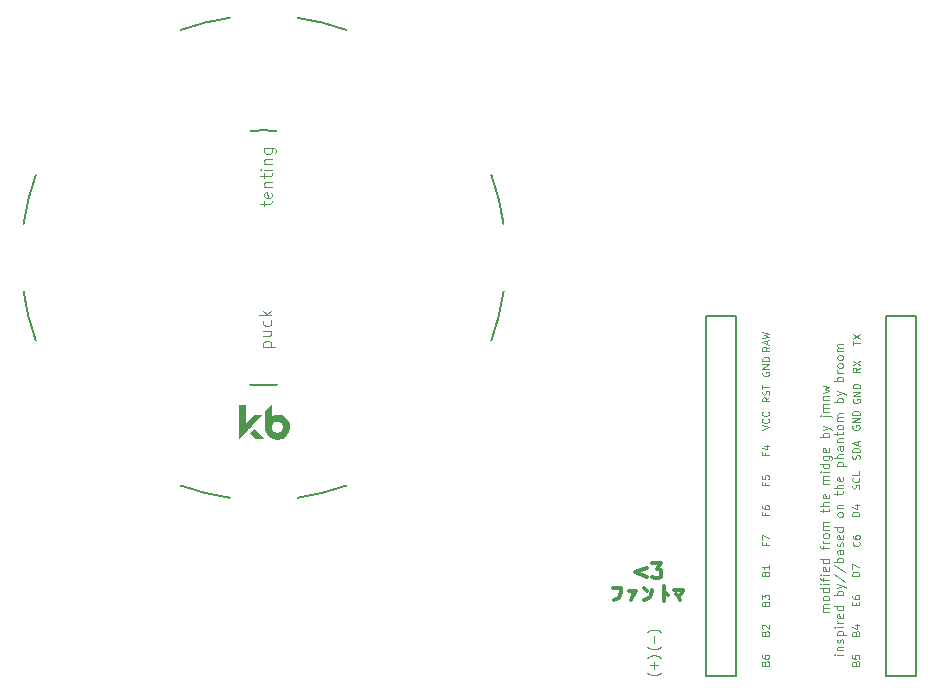
<source format=gbr>
G04 #@! TF.GenerationSoftware,KiCad,Pcbnew,6.0.0-d3dd2cf0fa~116~ubuntu20.04.1*
G04 #@! TF.CreationDate,2022-01-08T10:42:03-05:00*
G04 #@! TF.ProjectId,phantoma,7068616e-746f-46d6-912e-6b696361645f,0.1*
G04 #@! TF.SameCoordinates,Original*
G04 #@! TF.FileFunction,Legend,Top*
G04 #@! TF.FilePolarity,Positive*
%FSLAX46Y46*%
G04 Gerber Fmt 4.6, Leading zero omitted, Abs format (unit mm)*
G04 Created by KiCad (PCBNEW 6.0.0-d3dd2cf0fa~116~ubuntu20.04.1) date 2022-01-08 10:42:03*
%MOMM*%
%LPD*%
G01*
G04 APERTURE LIST*
%ADD10C,0.312500*%
%ADD11C,0.100000*%
%ADD12C,0.080000*%
%ADD13C,0.150000*%
%ADD14C,0.200000*%
%ADD15C,0.010000*%
G04 APERTURE END LIST*
D10*
X120197886Y-84450892D02*
X119245505Y-84808035D01*
X120197886Y-85165178D01*
X120674077Y-84034226D02*
X121447886Y-84034226D01*
X121031220Y-84510416D01*
X121209791Y-84510416D01*
X121328839Y-84569940D01*
X121388363Y-84629464D01*
X121447886Y-84748511D01*
X121447886Y-85046130D01*
X121388363Y-85165178D01*
X121328839Y-85224702D01*
X121209791Y-85284226D01*
X120852648Y-85284226D01*
X120733601Y-85224702D01*
X120674077Y-85165178D01*
X117340744Y-86165773D02*
X117995505Y-86165773D01*
X117995505Y-86463392D01*
X117935982Y-86761011D01*
X117816934Y-86939583D01*
X117638363Y-87058630D01*
X117400267Y-87177678D01*
X118709791Y-86344345D02*
X119305029Y-86344345D01*
X119245505Y-86522916D01*
X119126458Y-86701488D01*
X119007410Y-86522916D02*
X119007410Y-86761011D01*
X118947886Y-86939583D01*
X118828839Y-87118154D01*
X119959791Y-86165773D02*
X120197886Y-86403869D01*
X119959791Y-87118154D02*
X120257410Y-87058630D01*
X120435982Y-86880059D01*
X120555029Y-86701488D01*
X120674077Y-86284821D01*
X121626458Y-85927678D02*
X121626458Y-87237202D01*
X121626458Y-86463392D02*
X121983601Y-86761011D01*
X122519315Y-86284821D02*
X123293125Y-86284821D01*
X123174077Y-86522916D01*
X123055029Y-86701488D01*
X122935982Y-86820535D01*
X122697886Y-86641964D02*
X122876458Y-86820535D01*
X122935982Y-86939583D01*
X123055029Y-87118154D01*
D11*
X135625535Y-88148714D02*
X135125535Y-88148714D01*
X135196964Y-88148714D02*
X135161250Y-88113000D01*
X135125535Y-88041571D01*
X135125535Y-87934428D01*
X135161250Y-87863000D01*
X135232678Y-87827285D01*
X135625535Y-87827285D01*
X135232678Y-87827285D02*
X135161250Y-87791571D01*
X135125535Y-87720142D01*
X135125535Y-87613000D01*
X135161250Y-87541571D01*
X135232678Y-87505857D01*
X135625535Y-87505857D01*
X135625535Y-87041571D02*
X135589821Y-87113000D01*
X135554107Y-87148714D01*
X135482678Y-87184428D01*
X135268392Y-87184428D01*
X135196964Y-87148714D01*
X135161250Y-87113000D01*
X135125535Y-87041571D01*
X135125535Y-86934428D01*
X135161250Y-86863000D01*
X135196964Y-86827285D01*
X135268392Y-86791571D01*
X135482678Y-86791571D01*
X135554107Y-86827285D01*
X135589821Y-86863000D01*
X135625535Y-86934428D01*
X135625535Y-87041571D01*
X135625535Y-86148714D02*
X134875535Y-86148714D01*
X135589821Y-86148714D02*
X135625535Y-86220142D01*
X135625535Y-86363000D01*
X135589821Y-86434428D01*
X135554107Y-86470142D01*
X135482678Y-86505857D01*
X135268392Y-86505857D01*
X135196964Y-86470142D01*
X135161250Y-86434428D01*
X135125535Y-86363000D01*
X135125535Y-86220142D01*
X135161250Y-86148714D01*
X135625535Y-85791571D02*
X135125535Y-85791571D01*
X134875535Y-85791571D02*
X134911250Y-85827285D01*
X134946964Y-85791571D01*
X134911250Y-85755857D01*
X134875535Y-85791571D01*
X134946964Y-85791571D01*
X135125535Y-85541571D02*
X135125535Y-85255857D01*
X135625535Y-85434428D02*
X134982678Y-85434428D01*
X134911250Y-85398714D01*
X134875535Y-85327285D01*
X134875535Y-85255857D01*
X135625535Y-85005857D02*
X135125535Y-85005857D01*
X134875535Y-85005857D02*
X134911250Y-85041571D01*
X134946964Y-85005857D01*
X134911250Y-84970142D01*
X134875535Y-85005857D01*
X134946964Y-85005857D01*
X135589821Y-84363000D02*
X135625535Y-84434428D01*
X135625535Y-84577285D01*
X135589821Y-84648714D01*
X135518392Y-84684428D01*
X135232678Y-84684428D01*
X135161250Y-84648714D01*
X135125535Y-84577285D01*
X135125535Y-84434428D01*
X135161250Y-84363000D01*
X135232678Y-84327285D01*
X135304107Y-84327285D01*
X135375535Y-84684428D01*
X135625535Y-83684428D02*
X134875535Y-83684428D01*
X135589821Y-83684428D02*
X135625535Y-83755857D01*
X135625535Y-83898714D01*
X135589821Y-83970142D01*
X135554107Y-84005857D01*
X135482678Y-84041571D01*
X135268392Y-84041571D01*
X135196964Y-84005857D01*
X135161250Y-83970142D01*
X135125535Y-83898714D01*
X135125535Y-83755857D01*
X135161250Y-83684428D01*
X135125535Y-82863000D02*
X135125535Y-82577285D01*
X135625535Y-82755857D02*
X134982678Y-82755857D01*
X134911250Y-82720142D01*
X134875535Y-82648714D01*
X134875535Y-82577285D01*
X135625535Y-82327285D02*
X135125535Y-82327285D01*
X135268392Y-82327285D02*
X135196964Y-82291571D01*
X135161250Y-82255857D01*
X135125535Y-82184428D01*
X135125535Y-82113000D01*
X135625535Y-81755857D02*
X135589821Y-81827285D01*
X135554107Y-81863000D01*
X135482678Y-81898714D01*
X135268392Y-81898714D01*
X135196964Y-81863000D01*
X135161250Y-81827285D01*
X135125535Y-81755857D01*
X135125535Y-81648714D01*
X135161250Y-81577285D01*
X135196964Y-81541571D01*
X135268392Y-81505857D01*
X135482678Y-81505857D01*
X135554107Y-81541571D01*
X135589821Y-81577285D01*
X135625535Y-81648714D01*
X135625535Y-81755857D01*
X135625535Y-81184428D02*
X135125535Y-81184428D01*
X135196964Y-81184428D02*
X135161250Y-81148714D01*
X135125535Y-81077285D01*
X135125535Y-80970142D01*
X135161250Y-80898714D01*
X135232678Y-80863000D01*
X135625535Y-80863000D01*
X135232678Y-80863000D02*
X135161250Y-80827285D01*
X135125535Y-80755857D01*
X135125535Y-80648714D01*
X135161250Y-80577285D01*
X135232678Y-80541571D01*
X135625535Y-80541571D01*
X135125535Y-79720142D02*
X135125535Y-79434428D01*
X134875535Y-79613000D02*
X135518392Y-79613000D01*
X135589821Y-79577285D01*
X135625535Y-79505857D01*
X135625535Y-79434428D01*
X135625535Y-79184428D02*
X134875535Y-79184428D01*
X135625535Y-78863000D02*
X135232678Y-78863000D01*
X135161250Y-78898714D01*
X135125535Y-78970142D01*
X135125535Y-79077285D01*
X135161250Y-79148714D01*
X135196964Y-79184428D01*
X135589821Y-78220142D02*
X135625535Y-78291571D01*
X135625535Y-78434428D01*
X135589821Y-78505857D01*
X135518392Y-78541571D01*
X135232678Y-78541571D01*
X135161250Y-78505857D01*
X135125535Y-78434428D01*
X135125535Y-78291571D01*
X135161250Y-78220142D01*
X135232678Y-78184428D01*
X135304107Y-78184428D01*
X135375535Y-78541571D01*
X135625535Y-77291571D02*
X135125535Y-77291571D01*
X135196964Y-77291571D02*
X135161250Y-77255857D01*
X135125535Y-77184428D01*
X135125535Y-77077285D01*
X135161250Y-77005857D01*
X135232678Y-76970142D01*
X135625535Y-76970142D01*
X135232678Y-76970142D02*
X135161250Y-76934428D01*
X135125535Y-76863000D01*
X135125535Y-76755857D01*
X135161250Y-76684428D01*
X135232678Y-76648714D01*
X135625535Y-76648714D01*
X135625535Y-76291571D02*
X135125535Y-76291571D01*
X134875535Y-76291571D02*
X134911250Y-76327285D01*
X134946964Y-76291571D01*
X134911250Y-76255857D01*
X134875535Y-76291571D01*
X134946964Y-76291571D01*
X135625535Y-75613000D02*
X134875535Y-75613000D01*
X135589821Y-75613000D02*
X135625535Y-75684428D01*
X135625535Y-75827285D01*
X135589821Y-75898714D01*
X135554107Y-75934428D01*
X135482678Y-75970142D01*
X135268392Y-75970142D01*
X135196964Y-75934428D01*
X135161250Y-75898714D01*
X135125535Y-75827285D01*
X135125535Y-75684428D01*
X135161250Y-75613000D01*
X135125535Y-74934428D02*
X135732678Y-74934428D01*
X135804107Y-74970142D01*
X135839821Y-75005857D01*
X135875535Y-75077285D01*
X135875535Y-75184428D01*
X135839821Y-75255857D01*
X135589821Y-74934428D02*
X135625535Y-75005857D01*
X135625535Y-75148714D01*
X135589821Y-75220142D01*
X135554107Y-75255857D01*
X135482678Y-75291571D01*
X135268392Y-75291571D01*
X135196964Y-75255857D01*
X135161250Y-75220142D01*
X135125535Y-75148714D01*
X135125535Y-75005857D01*
X135161250Y-74934428D01*
X135589821Y-74291571D02*
X135625535Y-74363000D01*
X135625535Y-74505857D01*
X135589821Y-74577285D01*
X135518392Y-74613000D01*
X135232678Y-74613000D01*
X135161250Y-74577285D01*
X135125535Y-74505857D01*
X135125535Y-74363000D01*
X135161250Y-74291571D01*
X135232678Y-74255857D01*
X135304107Y-74255857D01*
X135375535Y-74613000D01*
X135625535Y-73363000D02*
X134875535Y-73363000D01*
X135161250Y-73363000D02*
X135125535Y-73291571D01*
X135125535Y-73148714D01*
X135161250Y-73077285D01*
X135196964Y-73041571D01*
X135268392Y-73005857D01*
X135482678Y-73005857D01*
X135554107Y-73041571D01*
X135589821Y-73077285D01*
X135625535Y-73148714D01*
X135625535Y-73291571D01*
X135589821Y-73363000D01*
X135125535Y-72755857D02*
X135625535Y-72577285D01*
X135125535Y-72398714D02*
X135625535Y-72577285D01*
X135804107Y-72648714D01*
X135839821Y-72684428D01*
X135875535Y-72755857D01*
X135125535Y-71541571D02*
X135768392Y-71541571D01*
X135839821Y-71577285D01*
X135875535Y-71648714D01*
X135875535Y-71684428D01*
X134875535Y-71541571D02*
X134911250Y-71577285D01*
X134946964Y-71541571D01*
X134911250Y-71505857D01*
X134875535Y-71541571D01*
X134946964Y-71541571D01*
X135625535Y-71184428D02*
X135125535Y-71184428D01*
X135196964Y-71184428D02*
X135161250Y-71148714D01*
X135125535Y-71077285D01*
X135125535Y-70970142D01*
X135161250Y-70898714D01*
X135232678Y-70863000D01*
X135625535Y-70863000D01*
X135232678Y-70863000D02*
X135161250Y-70827285D01*
X135125535Y-70755857D01*
X135125535Y-70648714D01*
X135161250Y-70577285D01*
X135232678Y-70541571D01*
X135625535Y-70541571D01*
X135125535Y-70184428D02*
X135625535Y-70184428D01*
X135196964Y-70184428D02*
X135161250Y-70148714D01*
X135125535Y-70077285D01*
X135125535Y-69970142D01*
X135161250Y-69898714D01*
X135232678Y-69863000D01*
X135625535Y-69863000D01*
X135125535Y-69577285D02*
X135625535Y-69434428D01*
X135268392Y-69291571D01*
X135625535Y-69148714D01*
X135125535Y-69005857D01*
X136833035Y-91773714D02*
X136333035Y-91773714D01*
X136083035Y-91773714D02*
X136118750Y-91809428D01*
X136154464Y-91773714D01*
X136118750Y-91738000D01*
X136083035Y-91773714D01*
X136154464Y-91773714D01*
X136333035Y-91416571D02*
X136833035Y-91416571D01*
X136404464Y-91416571D02*
X136368750Y-91380857D01*
X136333035Y-91309428D01*
X136333035Y-91202285D01*
X136368750Y-91130857D01*
X136440178Y-91095142D01*
X136833035Y-91095142D01*
X136797321Y-90773714D02*
X136833035Y-90702285D01*
X136833035Y-90559428D01*
X136797321Y-90488000D01*
X136725892Y-90452285D01*
X136690178Y-90452285D01*
X136618750Y-90488000D01*
X136583035Y-90559428D01*
X136583035Y-90666571D01*
X136547321Y-90738000D01*
X136475892Y-90773714D01*
X136440178Y-90773714D01*
X136368750Y-90738000D01*
X136333035Y-90666571D01*
X136333035Y-90559428D01*
X136368750Y-90488000D01*
X136333035Y-90130857D02*
X137083035Y-90130857D01*
X136368750Y-90130857D02*
X136333035Y-90059428D01*
X136333035Y-89916571D01*
X136368750Y-89845142D01*
X136404464Y-89809428D01*
X136475892Y-89773714D01*
X136690178Y-89773714D01*
X136761607Y-89809428D01*
X136797321Y-89845142D01*
X136833035Y-89916571D01*
X136833035Y-90059428D01*
X136797321Y-90130857D01*
X136833035Y-89452285D02*
X136333035Y-89452285D01*
X136083035Y-89452285D02*
X136118750Y-89488000D01*
X136154464Y-89452285D01*
X136118750Y-89416571D01*
X136083035Y-89452285D01*
X136154464Y-89452285D01*
X136833035Y-89095142D02*
X136333035Y-89095142D01*
X136475892Y-89095142D02*
X136404464Y-89059428D01*
X136368750Y-89023714D01*
X136333035Y-88952285D01*
X136333035Y-88880857D01*
X136797321Y-88345142D02*
X136833035Y-88416571D01*
X136833035Y-88559428D01*
X136797321Y-88630857D01*
X136725892Y-88666571D01*
X136440178Y-88666571D01*
X136368750Y-88630857D01*
X136333035Y-88559428D01*
X136333035Y-88416571D01*
X136368750Y-88345142D01*
X136440178Y-88309428D01*
X136511607Y-88309428D01*
X136583035Y-88666571D01*
X136833035Y-87666571D02*
X136083035Y-87666571D01*
X136797321Y-87666571D02*
X136833035Y-87738000D01*
X136833035Y-87880857D01*
X136797321Y-87952285D01*
X136761607Y-87988000D01*
X136690178Y-88023714D01*
X136475892Y-88023714D01*
X136404464Y-87988000D01*
X136368750Y-87952285D01*
X136333035Y-87880857D01*
X136333035Y-87738000D01*
X136368750Y-87666571D01*
X136833035Y-86738000D02*
X136083035Y-86738000D01*
X136368750Y-86738000D02*
X136333035Y-86666571D01*
X136333035Y-86523714D01*
X136368750Y-86452285D01*
X136404464Y-86416571D01*
X136475892Y-86380857D01*
X136690178Y-86380857D01*
X136761607Y-86416571D01*
X136797321Y-86452285D01*
X136833035Y-86523714D01*
X136833035Y-86666571D01*
X136797321Y-86738000D01*
X136333035Y-86130857D02*
X136833035Y-85952285D01*
X136333035Y-85773714D02*
X136833035Y-85952285D01*
X137011607Y-86023714D01*
X137047321Y-86059428D01*
X137083035Y-86130857D01*
X136047321Y-84952285D02*
X137011607Y-85595142D01*
X136047321Y-84166571D02*
X137011607Y-84809428D01*
X136833035Y-83916571D02*
X136083035Y-83916571D01*
X136368750Y-83916571D02*
X136333035Y-83845142D01*
X136333035Y-83702285D01*
X136368750Y-83630857D01*
X136404464Y-83595142D01*
X136475892Y-83559428D01*
X136690178Y-83559428D01*
X136761607Y-83595142D01*
X136797321Y-83630857D01*
X136833035Y-83702285D01*
X136833035Y-83845142D01*
X136797321Y-83916571D01*
X136833035Y-82916571D02*
X136440178Y-82916571D01*
X136368750Y-82952285D01*
X136333035Y-83023714D01*
X136333035Y-83166571D01*
X136368750Y-83238000D01*
X136797321Y-82916571D02*
X136833035Y-82988000D01*
X136833035Y-83166571D01*
X136797321Y-83238000D01*
X136725892Y-83273714D01*
X136654464Y-83273714D01*
X136583035Y-83238000D01*
X136547321Y-83166571D01*
X136547321Y-82988000D01*
X136511607Y-82916571D01*
X136797321Y-82595142D02*
X136833035Y-82523714D01*
X136833035Y-82380857D01*
X136797321Y-82309428D01*
X136725892Y-82273714D01*
X136690178Y-82273714D01*
X136618750Y-82309428D01*
X136583035Y-82380857D01*
X136583035Y-82488000D01*
X136547321Y-82559428D01*
X136475892Y-82595142D01*
X136440178Y-82595142D01*
X136368750Y-82559428D01*
X136333035Y-82488000D01*
X136333035Y-82380857D01*
X136368750Y-82309428D01*
X136797321Y-81666571D02*
X136833035Y-81738000D01*
X136833035Y-81880857D01*
X136797321Y-81952285D01*
X136725892Y-81988000D01*
X136440178Y-81988000D01*
X136368750Y-81952285D01*
X136333035Y-81880857D01*
X136333035Y-81738000D01*
X136368750Y-81666571D01*
X136440178Y-81630857D01*
X136511607Y-81630857D01*
X136583035Y-81988000D01*
X136833035Y-80988000D02*
X136083035Y-80988000D01*
X136797321Y-80988000D02*
X136833035Y-81059428D01*
X136833035Y-81202285D01*
X136797321Y-81273714D01*
X136761607Y-81309428D01*
X136690178Y-81345142D01*
X136475892Y-81345142D01*
X136404464Y-81309428D01*
X136368750Y-81273714D01*
X136333035Y-81202285D01*
X136333035Y-81059428D01*
X136368750Y-80988000D01*
X136833035Y-79952285D02*
X136797321Y-80023714D01*
X136761607Y-80059428D01*
X136690178Y-80095142D01*
X136475892Y-80095142D01*
X136404464Y-80059428D01*
X136368750Y-80023714D01*
X136333035Y-79952285D01*
X136333035Y-79845142D01*
X136368750Y-79773714D01*
X136404464Y-79738000D01*
X136475892Y-79702285D01*
X136690178Y-79702285D01*
X136761607Y-79738000D01*
X136797321Y-79773714D01*
X136833035Y-79845142D01*
X136833035Y-79952285D01*
X136333035Y-79380857D02*
X136833035Y-79380857D01*
X136404464Y-79380857D02*
X136368750Y-79345142D01*
X136333035Y-79273714D01*
X136333035Y-79166571D01*
X136368750Y-79095142D01*
X136440178Y-79059428D01*
X136833035Y-79059428D01*
X136333035Y-78238000D02*
X136333035Y-77952285D01*
X136083035Y-78130857D02*
X136725892Y-78130857D01*
X136797321Y-78095142D01*
X136833035Y-78023714D01*
X136833035Y-77952285D01*
X136833035Y-77702285D02*
X136083035Y-77702285D01*
X136833035Y-77380857D02*
X136440178Y-77380857D01*
X136368750Y-77416571D01*
X136333035Y-77488000D01*
X136333035Y-77595142D01*
X136368750Y-77666571D01*
X136404464Y-77702285D01*
X136797321Y-76738000D02*
X136833035Y-76809428D01*
X136833035Y-76952285D01*
X136797321Y-77023714D01*
X136725892Y-77059428D01*
X136440178Y-77059428D01*
X136368750Y-77023714D01*
X136333035Y-76952285D01*
X136333035Y-76809428D01*
X136368750Y-76738000D01*
X136440178Y-76702285D01*
X136511607Y-76702285D01*
X136583035Y-77059428D01*
X136333035Y-75809428D02*
X137083035Y-75809428D01*
X136368750Y-75809428D02*
X136333035Y-75738000D01*
X136333035Y-75595142D01*
X136368750Y-75523714D01*
X136404464Y-75488000D01*
X136475892Y-75452285D01*
X136690178Y-75452285D01*
X136761607Y-75488000D01*
X136797321Y-75523714D01*
X136833035Y-75595142D01*
X136833035Y-75738000D01*
X136797321Y-75809428D01*
X136833035Y-75130857D02*
X136083035Y-75130857D01*
X136833035Y-74809428D02*
X136440178Y-74809428D01*
X136368750Y-74845142D01*
X136333035Y-74916571D01*
X136333035Y-75023714D01*
X136368750Y-75095142D01*
X136404464Y-75130857D01*
X136833035Y-74130857D02*
X136440178Y-74130857D01*
X136368750Y-74166571D01*
X136333035Y-74238000D01*
X136333035Y-74380857D01*
X136368750Y-74452285D01*
X136797321Y-74130857D02*
X136833035Y-74202285D01*
X136833035Y-74380857D01*
X136797321Y-74452285D01*
X136725892Y-74488000D01*
X136654464Y-74488000D01*
X136583035Y-74452285D01*
X136547321Y-74380857D01*
X136547321Y-74202285D01*
X136511607Y-74130857D01*
X136333035Y-73773714D02*
X136833035Y-73773714D01*
X136404464Y-73773714D02*
X136368750Y-73738000D01*
X136333035Y-73666571D01*
X136333035Y-73559428D01*
X136368750Y-73488000D01*
X136440178Y-73452285D01*
X136833035Y-73452285D01*
X136333035Y-73202285D02*
X136333035Y-72916571D01*
X136083035Y-73095142D02*
X136725892Y-73095142D01*
X136797321Y-73059428D01*
X136833035Y-72988000D01*
X136833035Y-72916571D01*
X136833035Y-72559428D02*
X136797321Y-72630857D01*
X136761607Y-72666571D01*
X136690178Y-72702285D01*
X136475892Y-72702285D01*
X136404464Y-72666571D01*
X136368750Y-72630857D01*
X136333035Y-72559428D01*
X136333035Y-72452285D01*
X136368750Y-72380857D01*
X136404464Y-72345142D01*
X136475892Y-72309428D01*
X136690178Y-72309428D01*
X136761607Y-72345142D01*
X136797321Y-72380857D01*
X136833035Y-72452285D01*
X136833035Y-72559428D01*
X136833035Y-71988000D02*
X136333035Y-71988000D01*
X136404464Y-71988000D02*
X136368750Y-71952285D01*
X136333035Y-71880857D01*
X136333035Y-71773714D01*
X136368750Y-71702285D01*
X136440178Y-71666571D01*
X136833035Y-71666571D01*
X136440178Y-71666571D02*
X136368750Y-71630857D01*
X136333035Y-71559428D01*
X136333035Y-71452285D01*
X136368750Y-71380857D01*
X136440178Y-71345142D01*
X136833035Y-71345142D01*
X136833035Y-70416571D02*
X136083035Y-70416571D01*
X136368750Y-70416571D02*
X136333035Y-70345142D01*
X136333035Y-70202285D01*
X136368750Y-70130857D01*
X136404464Y-70095142D01*
X136475892Y-70059428D01*
X136690178Y-70059428D01*
X136761607Y-70095142D01*
X136797321Y-70130857D01*
X136833035Y-70202285D01*
X136833035Y-70345142D01*
X136797321Y-70416571D01*
X136333035Y-69809428D02*
X136833035Y-69630857D01*
X136333035Y-69452285D02*
X136833035Y-69630857D01*
X137011607Y-69702285D01*
X137047321Y-69738000D01*
X137083035Y-69809428D01*
X136833035Y-68595142D02*
X136083035Y-68595142D01*
X136368750Y-68595142D02*
X136333035Y-68523714D01*
X136333035Y-68380857D01*
X136368750Y-68309428D01*
X136404464Y-68273714D01*
X136475892Y-68238000D01*
X136690178Y-68238000D01*
X136761607Y-68273714D01*
X136797321Y-68309428D01*
X136833035Y-68380857D01*
X136833035Y-68523714D01*
X136797321Y-68595142D01*
X136833035Y-67916571D02*
X136333035Y-67916571D01*
X136475892Y-67916571D02*
X136404464Y-67880857D01*
X136368750Y-67845142D01*
X136333035Y-67773714D01*
X136333035Y-67702285D01*
X136833035Y-67345142D02*
X136797321Y-67416571D01*
X136761607Y-67452285D01*
X136690178Y-67488000D01*
X136475892Y-67488000D01*
X136404464Y-67452285D01*
X136368750Y-67416571D01*
X136333035Y-67345142D01*
X136333035Y-67238000D01*
X136368750Y-67166571D01*
X136404464Y-67130857D01*
X136475892Y-67095142D01*
X136690178Y-67095142D01*
X136761607Y-67130857D01*
X136797321Y-67166571D01*
X136833035Y-67238000D01*
X136833035Y-67345142D01*
X136833035Y-66666571D02*
X136797321Y-66738000D01*
X136761607Y-66773714D01*
X136690178Y-66809428D01*
X136475892Y-66809428D01*
X136404464Y-66773714D01*
X136368750Y-66738000D01*
X136333035Y-66666571D01*
X136333035Y-66559428D01*
X136368750Y-66488000D01*
X136404464Y-66452285D01*
X136475892Y-66416571D01*
X136690178Y-66416571D01*
X136761607Y-66452285D01*
X136797321Y-66488000D01*
X136833035Y-66559428D01*
X136833035Y-66666571D01*
X136833035Y-66095142D02*
X136333035Y-66095142D01*
X136404464Y-66095142D02*
X136368750Y-66059428D01*
X136333035Y-65988000D01*
X136333035Y-65880857D01*
X136368750Y-65809428D01*
X136440178Y-65773714D01*
X136833035Y-65773714D01*
X136440178Y-65773714D02*
X136368750Y-65738000D01*
X136333035Y-65666571D01*
X136333035Y-65559428D01*
X136368750Y-65488000D01*
X136440178Y-65452285D01*
X136833035Y-65452285D01*
X121427631Y-91089264D02*
X121389536Y-91127360D01*
X121275250Y-91203550D01*
X121199060Y-91241645D01*
X121084774Y-91279741D01*
X120894298Y-91317836D01*
X120741917Y-91317836D01*
X120551441Y-91279741D01*
X120437155Y-91241645D01*
X120360965Y-91203550D01*
X120246679Y-91127360D01*
X120208584Y-91089264D01*
X120818107Y-90784502D02*
X120818107Y-90174979D01*
X121427631Y-89870217D02*
X121389536Y-89832121D01*
X121275250Y-89755931D01*
X121199060Y-89717836D01*
X121084774Y-89679741D01*
X120894298Y-89641645D01*
X120741917Y-89641645D01*
X120551441Y-89679741D01*
X120437155Y-89717836D01*
X120360965Y-89755931D01*
X120246679Y-89832121D01*
X120208584Y-89870217D01*
X121427631Y-93289264D02*
X121389536Y-93327360D01*
X121275250Y-93403550D01*
X121199060Y-93441645D01*
X121084774Y-93479741D01*
X120894298Y-93517836D01*
X120741917Y-93517836D01*
X120551441Y-93479741D01*
X120437155Y-93441645D01*
X120360965Y-93403550D01*
X120246679Y-93327360D01*
X120208584Y-93289264D01*
X120818107Y-92984502D02*
X120818107Y-92374979D01*
X121122869Y-92679741D02*
X120513345Y-92679741D01*
X121427631Y-92070217D02*
X121389536Y-92032121D01*
X121275250Y-91955931D01*
X121199060Y-91917836D01*
X121084774Y-91879741D01*
X120894298Y-91841645D01*
X120741917Y-91841645D01*
X120551441Y-91879741D01*
X120437155Y-91917836D01*
X120360965Y-91955931D01*
X120246679Y-92032121D01*
X120208584Y-92070217D01*
D12*
X130257408Y-82301294D02*
X130257408Y-82501294D01*
X130571694Y-82501294D02*
X129971694Y-82501294D01*
X129971694Y-82215579D01*
X129971694Y-82044151D02*
X129971694Y-81644151D01*
X130571694Y-81901294D01*
X137636437Y-65541588D02*
X137636437Y-65198731D01*
X138236437Y-65370160D02*
X137636437Y-65370160D01*
X137636437Y-65055874D02*
X138236437Y-64655874D01*
X137636437Y-64655874D02*
X138236437Y-65055874D01*
X130232421Y-89949564D02*
X130260993Y-89863849D01*
X130289564Y-89835278D01*
X130346707Y-89806707D01*
X130432421Y-89806707D01*
X130489564Y-89835278D01*
X130518136Y-89863849D01*
X130546707Y-89920992D01*
X130546707Y-90149564D01*
X129946707Y-90149564D01*
X129946707Y-89949564D01*
X129975279Y-89892421D01*
X130003850Y-89863849D01*
X130060993Y-89835278D01*
X130118136Y-89835278D01*
X130175279Y-89863849D01*
X130203850Y-89892421D01*
X130232421Y-89949564D01*
X130232421Y-90149564D01*
X130003850Y-89578135D02*
X129975279Y-89549564D01*
X129946707Y-89492421D01*
X129946707Y-89349564D01*
X129975279Y-89292421D01*
X130003850Y-89263849D01*
X130060993Y-89235278D01*
X130118136Y-89235278D01*
X130203850Y-89263849D01*
X130546707Y-89606707D01*
X130546707Y-89235278D01*
X130239215Y-87414669D02*
X130267787Y-87328954D01*
X130296358Y-87300383D01*
X130353501Y-87271812D01*
X130439215Y-87271812D01*
X130496358Y-87300383D01*
X130524930Y-87328954D01*
X130553501Y-87386097D01*
X130553501Y-87614669D01*
X129953501Y-87614669D01*
X129953501Y-87414669D01*
X129982073Y-87357526D01*
X130010644Y-87328954D01*
X130067787Y-87300383D01*
X130124930Y-87300383D01*
X130182073Y-87328954D01*
X130210644Y-87357526D01*
X130239215Y-87414669D01*
X130239215Y-87614669D01*
X129953501Y-87071812D02*
X129953501Y-86700383D01*
X130182073Y-86900383D01*
X130182073Y-86814669D01*
X130210644Y-86757526D01*
X130239215Y-86728954D01*
X130296358Y-86700383D01*
X130439215Y-86700383D01*
X130496358Y-86728954D01*
X130524930Y-86757526D01*
X130553501Y-86814669D01*
X130553501Y-86986097D01*
X130524930Y-87043240D01*
X130496358Y-87071812D01*
X137671844Y-70123115D02*
X137643272Y-70180258D01*
X137643272Y-70265973D01*
X137671844Y-70351687D01*
X137728986Y-70408830D01*
X137786129Y-70437401D01*
X137900415Y-70465973D01*
X137986129Y-70465973D01*
X138100415Y-70437401D01*
X138157558Y-70408830D01*
X138214701Y-70351687D01*
X138243272Y-70265973D01*
X138243272Y-70208830D01*
X138214701Y-70123115D01*
X138186129Y-70094544D01*
X137986129Y-70094544D01*
X137986129Y-70208830D01*
X138243272Y-69837401D02*
X137643272Y-69837401D01*
X138243272Y-69494544D01*
X137643272Y-69494544D01*
X138243272Y-69208830D02*
X137643272Y-69208830D01*
X137643272Y-69065973D01*
X137671844Y-68980258D01*
X137728986Y-68923115D01*
X137786129Y-68894544D01*
X137900415Y-68865973D01*
X137986129Y-68865973D01*
X138100415Y-68894544D01*
X138157558Y-68923115D01*
X138214701Y-68980258D01*
X138243272Y-69065973D01*
X138243272Y-69208830D01*
X130236408Y-77210719D02*
X130236408Y-77410719D01*
X130550694Y-77410719D02*
X129950694Y-77410719D01*
X129950694Y-77125004D01*
X129950694Y-76610719D02*
X129950694Y-76896433D01*
X130236408Y-76925004D01*
X130207837Y-76896433D01*
X130179266Y-76839290D01*
X130179266Y-76696433D01*
X130207837Y-76639290D01*
X130236408Y-76610719D01*
X130293551Y-76582147D01*
X130436408Y-76582147D01*
X130493551Y-76610719D01*
X130522123Y-76639290D01*
X130550694Y-76696433D01*
X130550694Y-76839290D01*
X130522123Y-76896433D01*
X130493551Y-76925004D01*
X138180958Y-77726531D02*
X138209529Y-77640817D01*
X138209529Y-77497960D01*
X138180958Y-77440817D01*
X138152386Y-77412246D01*
X138095243Y-77383674D01*
X138038101Y-77383674D01*
X137980958Y-77412246D01*
X137952386Y-77440817D01*
X137923815Y-77497960D01*
X137895243Y-77612246D01*
X137866672Y-77669388D01*
X137838101Y-77697960D01*
X137780958Y-77726531D01*
X137723815Y-77726531D01*
X137666672Y-77697960D01*
X137638101Y-77669388D01*
X137609529Y-77612246D01*
X137609529Y-77469388D01*
X137638101Y-77383674D01*
X138152386Y-76783674D02*
X138180958Y-76812246D01*
X138209529Y-76897960D01*
X138209529Y-76955103D01*
X138180958Y-77040817D01*
X138123815Y-77097960D01*
X138066672Y-77126531D01*
X137952386Y-77155103D01*
X137866672Y-77155103D01*
X137752386Y-77126531D01*
X137695243Y-77097960D01*
X137638101Y-77040817D01*
X137609529Y-76955103D01*
X137609529Y-76897960D01*
X137638101Y-76812246D01*
X137666672Y-76783674D01*
X138209529Y-76240817D02*
X138209529Y-76526531D01*
X137609529Y-76526531D01*
X130239215Y-84874669D02*
X130267787Y-84788954D01*
X130296358Y-84760383D01*
X130353501Y-84731812D01*
X130439215Y-84731812D01*
X130496358Y-84760383D01*
X130524930Y-84788954D01*
X130553501Y-84846097D01*
X130553501Y-85074669D01*
X129953501Y-85074669D01*
X129953501Y-84874669D01*
X129982073Y-84817526D01*
X130010644Y-84788954D01*
X130067787Y-84760383D01*
X130124930Y-84760383D01*
X130182073Y-84788954D01*
X130210644Y-84817526D01*
X130239215Y-84874669D01*
X130239215Y-85074669D01*
X130553501Y-84160383D02*
X130553501Y-84503240D01*
X130553501Y-84331812D02*
X129953501Y-84331812D01*
X130039215Y-84388954D01*
X130096358Y-84446097D01*
X130124930Y-84503240D01*
X137898050Y-87587624D02*
X137898050Y-87387624D01*
X138212336Y-87301910D02*
X138212336Y-87587624D01*
X137612336Y-87587624D01*
X137612336Y-87301910D01*
X137612336Y-86787624D02*
X137612336Y-86901910D01*
X137640908Y-86959053D01*
X137669479Y-86987624D01*
X137755193Y-87044767D01*
X137869479Y-87073339D01*
X138098050Y-87073339D01*
X138155193Y-87044767D01*
X138183765Y-87016196D01*
X138212336Y-86959053D01*
X138212336Y-86844767D01*
X138183765Y-86787624D01*
X138155193Y-86759053D01*
X138098050Y-86730481D01*
X137955193Y-86730481D01*
X137898050Y-86759053D01*
X137869479Y-86787624D01*
X137840908Y-86844767D01*
X137840908Y-86959053D01*
X137869479Y-87016196D01*
X137898050Y-87044767D01*
X137955193Y-87073339D01*
X138209529Y-79995103D02*
X137609529Y-79995103D01*
X137609529Y-79852246D01*
X137638101Y-79766531D01*
X137695243Y-79709388D01*
X137752386Y-79680817D01*
X137866672Y-79652246D01*
X137952386Y-79652246D01*
X138066672Y-79680817D01*
X138123815Y-79709388D01*
X138180958Y-79766531D01*
X138209529Y-79852246D01*
X138209529Y-79995103D01*
X137809529Y-79137960D02*
X138209529Y-79137960D01*
X137580958Y-79280817D02*
X138009529Y-79423674D01*
X138009529Y-79052246D01*
X130013009Y-67831588D02*
X129984437Y-67888731D01*
X129984437Y-67974446D01*
X130013009Y-68060160D01*
X130070151Y-68117303D01*
X130127294Y-68145874D01*
X130241580Y-68174446D01*
X130327294Y-68174446D01*
X130441580Y-68145874D01*
X130498723Y-68117303D01*
X130555866Y-68060160D01*
X130584437Y-67974446D01*
X130584437Y-67917303D01*
X130555866Y-67831588D01*
X130527294Y-67803017D01*
X130327294Y-67803017D01*
X130327294Y-67917303D01*
X130584437Y-67545874D02*
X129984437Y-67545874D01*
X130584437Y-67203017D01*
X129984437Y-67203017D01*
X130584437Y-66917303D02*
X129984437Y-66917303D01*
X129984437Y-66774446D01*
X130013009Y-66688731D01*
X130070151Y-66631588D01*
X130127294Y-66603017D01*
X130241580Y-66574446D01*
X130327294Y-66574446D01*
X130441580Y-66603017D01*
X130498723Y-66631588D01*
X130555866Y-66688731D01*
X130584437Y-66774446D01*
X130584437Y-66917303D01*
X137891256Y-92491091D02*
X137919828Y-92405376D01*
X137948399Y-92376805D01*
X138005542Y-92348234D01*
X138091256Y-92348234D01*
X138148399Y-92376805D01*
X138176971Y-92405376D01*
X138205542Y-92462519D01*
X138205542Y-92691091D01*
X137605542Y-92691091D01*
X137605542Y-92491091D01*
X137634114Y-92433948D01*
X137662685Y-92405376D01*
X137719828Y-92376805D01*
X137776971Y-92376805D01*
X137834114Y-92405376D01*
X137862685Y-92433948D01*
X137891256Y-92491091D01*
X137891256Y-92691091D01*
X137605542Y-91805376D02*
X137605542Y-92091091D01*
X137891256Y-92119662D01*
X137862685Y-92091091D01*
X137834114Y-92033948D01*
X137834114Y-91891091D01*
X137862685Y-91833948D01*
X137891256Y-91805376D01*
X137948399Y-91776805D01*
X138091256Y-91776805D01*
X138148399Y-91805376D01*
X138176971Y-91833948D01*
X138205542Y-91891091D01*
X138205542Y-92033948D01*
X138176971Y-92091091D01*
X138148399Y-92119662D01*
X129957488Y-72735824D02*
X130557488Y-72535824D01*
X129957488Y-72335824D01*
X130500345Y-71792966D02*
X130528917Y-71821538D01*
X130557488Y-71907252D01*
X130557488Y-71964395D01*
X130528917Y-72050109D01*
X130471774Y-72107252D01*
X130414631Y-72135824D01*
X130300345Y-72164395D01*
X130214631Y-72164395D01*
X130100345Y-72135824D01*
X130043202Y-72107252D01*
X129986060Y-72050109D01*
X129957488Y-71964395D01*
X129957488Y-71907252D01*
X129986060Y-71821538D01*
X130014631Y-71792966D01*
X130500345Y-71192966D02*
X130528917Y-71221538D01*
X130557488Y-71307252D01*
X130557488Y-71364395D01*
X130528917Y-71450109D01*
X130471774Y-71507252D01*
X130414631Y-71535824D01*
X130300345Y-71564395D01*
X130214631Y-71564395D01*
X130100345Y-71535824D01*
X130043202Y-71507252D01*
X129986060Y-71450109D01*
X129957488Y-71364395D01*
X129957488Y-71307252D01*
X129986060Y-71221538D01*
X130014631Y-71192966D01*
X138173386Y-82202821D02*
X138201958Y-82231392D01*
X138230529Y-82317106D01*
X138230529Y-82374249D01*
X138201958Y-82459963D01*
X138144815Y-82517106D01*
X138087672Y-82545678D01*
X137973386Y-82574249D01*
X137887672Y-82574249D01*
X137773386Y-82545678D01*
X137716243Y-82517106D01*
X137659101Y-82459963D01*
X137630529Y-82374249D01*
X137630529Y-82317106D01*
X137659101Y-82231392D01*
X137687672Y-82202821D01*
X137630529Y-81688535D02*
X137630529Y-81802821D01*
X137659101Y-81859963D01*
X137687672Y-81888535D01*
X137773386Y-81945678D01*
X137887672Y-81974249D01*
X138116243Y-81974249D01*
X138173386Y-81945678D01*
X138201958Y-81917106D01*
X138230529Y-81859963D01*
X138230529Y-81745678D01*
X138201958Y-81688535D01*
X138173386Y-81659963D01*
X138116243Y-81631392D01*
X137973386Y-81631392D01*
X137916243Y-81659963D01*
X137887672Y-81688535D01*
X137859101Y-81745678D01*
X137859101Y-81859963D01*
X137887672Y-81917106D01*
X137916243Y-81945678D01*
X137973386Y-81974249D01*
X138212336Y-85076196D02*
X137612336Y-85076196D01*
X137612336Y-84933339D01*
X137640908Y-84847624D01*
X137698050Y-84790481D01*
X137755193Y-84761910D01*
X137869479Y-84733339D01*
X137955193Y-84733339D01*
X138069479Y-84761910D01*
X138126622Y-84790481D01*
X138183765Y-84847624D01*
X138212336Y-84933339D01*
X138212336Y-85076196D01*
X137612336Y-84533339D02*
X137612336Y-84133339D01*
X138212336Y-84390481D01*
X130232421Y-92489564D02*
X130260993Y-92403849D01*
X130289564Y-92375278D01*
X130346707Y-92346707D01*
X130432421Y-92346707D01*
X130489564Y-92375278D01*
X130518136Y-92403849D01*
X130546707Y-92460992D01*
X130546707Y-92689564D01*
X129946707Y-92689564D01*
X129946707Y-92489564D01*
X129975279Y-92432421D01*
X130003850Y-92403849D01*
X130060993Y-92375278D01*
X130118136Y-92375278D01*
X130175279Y-92403849D01*
X130203850Y-92432421D01*
X130232421Y-92489564D01*
X130232421Y-92689564D01*
X129946707Y-91832421D02*
X129946707Y-91946707D01*
X129975279Y-92003849D01*
X130003850Y-92032421D01*
X130089564Y-92089564D01*
X130203850Y-92118135D01*
X130432421Y-92118135D01*
X130489564Y-92089564D01*
X130518136Y-92060992D01*
X130546707Y-92003849D01*
X130546707Y-91889564D01*
X130518136Y-91832421D01*
X130489564Y-91803849D01*
X130432421Y-91775278D01*
X130289564Y-91775278D01*
X130232421Y-91803849D01*
X130203850Y-91832421D01*
X130175279Y-91889564D01*
X130175279Y-92003849D01*
X130203850Y-92060992D01*
X130232421Y-92089564D01*
X130289564Y-92118135D01*
X130236408Y-79750719D02*
X130236408Y-79950719D01*
X130550694Y-79950719D02*
X129950694Y-79950719D01*
X129950694Y-79665004D01*
X129950694Y-79179290D02*
X129950694Y-79293576D01*
X129979266Y-79350719D01*
X130007837Y-79379290D01*
X130093551Y-79436433D01*
X130207837Y-79465004D01*
X130436408Y-79465004D01*
X130493551Y-79436433D01*
X130522123Y-79407861D01*
X130550694Y-79350719D01*
X130550694Y-79236433D01*
X130522123Y-79179290D01*
X130493551Y-79150719D01*
X130436408Y-79122147D01*
X130293551Y-79122147D01*
X130236408Y-79150719D01*
X130207837Y-79179290D01*
X130179266Y-79236433D01*
X130179266Y-79350719D01*
X130207837Y-79407861D01*
X130236408Y-79436433D01*
X130293551Y-79465004D01*
X137891256Y-89951091D02*
X137919828Y-89865376D01*
X137948399Y-89836805D01*
X138005542Y-89808234D01*
X138091256Y-89808234D01*
X138148399Y-89836805D01*
X138176971Y-89865376D01*
X138205542Y-89922519D01*
X138205542Y-90151091D01*
X137605542Y-90151091D01*
X137605542Y-89951091D01*
X137634114Y-89893948D01*
X137662685Y-89865376D01*
X137719828Y-89836805D01*
X137776971Y-89836805D01*
X137834114Y-89865376D01*
X137862685Y-89893948D01*
X137891256Y-89951091D01*
X137891256Y-90151091D01*
X137805542Y-89293948D02*
X138205542Y-89293948D01*
X137576971Y-89436805D02*
X138005542Y-89579662D01*
X138005542Y-89208234D01*
X130584437Y-65698731D02*
X130298723Y-65898731D01*
X130584437Y-66041588D02*
X129984437Y-66041588D01*
X129984437Y-65813017D01*
X130013009Y-65755874D01*
X130041580Y-65727303D01*
X130098723Y-65698731D01*
X130184437Y-65698731D01*
X130241580Y-65727303D01*
X130270151Y-65755874D01*
X130298723Y-65813017D01*
X130298723Y-66041588D01*
X130413009Y-65470160D02*
X130413009Y-65184446D01*
X130584437Y-65527303D02*
X129984437Y-65327303D01*
X130584437Y-65127303D01*
X129984437Y-64984446D02*
X130584437Y-64841588D01*
X130155866Y-64727303D01*
X130584437Y-64613017D01*
X129984437Y-64470160D01*
X138187752Y-75205922D02*
X138216323Y-75120208D01*
X138216323Y-74977351D01*
X138187752Y-74920208D01*
X138159180Y-74891636D01*
X138102037Y-74863065D01*
X138044895Y-74863065D01*
X137987752Y-74891636D01*
X137959180Y-74920208D01*
X137930609Y-74977351D01*
X137902037Y-75091636D01*
X137873466Y-75148779D01*
X137844895Y-75177351D01*
X137787752Y-75205922D01*
X137730609Y-75205922D01*
X137673466Y-75177351D01*
X137644895Y-75148779D01*
X137616323Y-75091636D01*
X137616323Y-74948779D01*
X137644895Y-74863065D01*
X138216323Y-74605922D02*
X137616323Y-74605922D01*
X137616323Y-74463065D01*
X137644895Y-74377351D01*
X137702037Y-74320208D01*
X137759180Y-74291636D01*
X137873466Y-74263065D01*
X137959180Y-74263065D01*
X138073466Y-74291636D01*
X138130609Y-74320208D01*
X138187752Y-74377351D01*
X138216323Y-74463065D01*
X138216323Y-74605922D01*
X138044895Y-74034493D02*
X138044895Y-73748779D01*
X138216323Y-74091636D02*
X137616323Y-73891636D01*
X138216323Y-73691636D01*
X130243202Y-74675824D02*
X130243202Y-74875824D01*
X130557488Y-74875824D02*
X129957488Y-74875824D01*
X129957488Y-74590109D01*
X130157488Y-74104395D02*
X130557488Y-74104395D01*
X129928917Y-74247252D02*
X130357488Y-74390109D01*
X130357488Y-74018681D01*
X137644895Y-72394493D02*
X137616323Y-72451636D01*
X137616323Y-72537351D01*
X137644895Y-72623065D01*
X137702037Y-72680208D01*
X137759180Y-72708779D01*
X137873466Y-72737351D01*
X137959180Y-72737351D01*
X138073466Y-72708779D01*
X138130609Y-72680208D01*
X138187752Y-72623065D01*
X138216323Y-72537351D01*
X138216323Y-72480208D01*
X138187752Y-72394493D01*
X138159180Y-72365922D01*
X137959180Y-72365922D01*
X137959180Y-72480208D01*
X138216323Y-72108779D02*
X137616323Y-72108779D01*
X138216323Y-71765922D01*
X137616323Y-71765922D01*
X138216323Y-71480208D02*
X137616323Y-71480208D01*
X137616323Y-71337351D01*
X137644895Y-71251636D01*
X137702037Y-71194493D01*
X137759180Y-71165922D01*
X137873466Y-71137351D01*
X137959180Y-71137351D01*
X138073466Y-71165922D01*
X138130609Y-71194493D01*
X138187752Y-71251636D01*
X138216323Y-71337351D01*
X138216323Y-71480208D01*
X138243272Y-67475973D02*
X137957558Y-67675973D01*
X138243272Y-67818830D02*
X137643272Y-67818830D01*
X137643272Y-67590258D01*
X137671844Y-67533115D01*
X137700415Y-67504544D01*
X137757558Y-67475973D01*
X137843272Y-67475973D01*
X137900415Y-67504544D01*
X137928986Y-67533115D01*
X137957558Y-67590258D01*
X137957558Y-67818830D01*
X137643272Y-67275973D02*
X138243272Y-66875973D01*
X137643272Y-66875973D02*
X138243272Y-67275973D01*
X130584437Y-69993017D02*
X130298723Y-70193017D01*
X130584437Y-70335874D02*
X129984437Y-70335874D01*
X129984437Y-70107303D01*
X130013009Y-70050160D01*
X130041580Y-70021588D01*
X130098723Y-69993017D01*
X130184437Y-69993017D01*
X130241580Y-70021588D01*
X130270151Y-70050160D01*
X130298723Y-70107303D01*
X130298723Y-70335874D01*
X130555866Y-69764446D02*
X130584437Y-69678731D01*
X130584437Y-69535874D01*
X130555866Y-69478731D01*
X130527294Y-69450160D01*
X130470151Y-69421588D01*
X130413009Y-69421588D01*
X130355866Y-69450160D01*
X130327294Y-69478731D01*
X130298723Y-69535874D01*
X130270151Y-69650160D01*
X130241580Y-69707303D01*
X130213009Y-69735874D01*
X130155866Y-69764446D01*
X130098723Y-69764446D01*
X130041580Y-69735874D01*
X130013009Y-69707303D01*
X129984437Y-69650160D01*
X129984437Y-69507303D01*
X130013009Y-69421588D01*
X129984437Y-69250160D02*
X129984437Y-68907303D01*
X130584437Y-69078731D02*
X129984437Y-69078731D01*
D11*
X87733214Y-65698500D02*
X88733214Y-65698500D01*
X87780833Y-65698500D02*
X87733214Y-65603261D01*
X87733214Y-65412785D01*
X87780833Y-65317547D01*
X87828452Y-65269928D01*
X87923690Y-65222309D01*
X88209404Y-65222309D01*
X88304642Y-65269928D01*
X88352261Y-65317547D01*
X88399880Y-65412785D01*
X88399880Y-65603261D01*
X88352261Y-65698500D01*
X87733214Y-64365166D02*
X88399880Y-64365166D01*
X87733214Y-64793738D02*
X88257023Y-64793738D01*
X88352261Y-64746119D01*
X88399880Y-64650880D01*
X88399880Y-64508023D01*
X88352261Y-64412785D01*
X88304642Y-64365166D01*
X88352261Y-63460404D02*
X88399880Y-63555642D01*
X88399880Y-63746119D01*
X88352261Y-63841357D01*
X88304642Y-63888976D01*
X88209404Y-63936595D01*
X87923690Y-63936595D01*
X87828452Y-63888976D01*
X87780833Y-63841357D01*
X87733214Y-63746119D01*
X87733214Y-63555642D01*
X87780833Y-63460404D01*
X88399880Y-63031833D02*
X87399880Y-63031833D01*
X88018928Y-62936595D02*
X88399880Y-62650880D01*
X87733214Y-62650880D02*
X88114166Y-63031833D01*
X87796714Y-53744500D02*
X87796714Y-53363547D01*
X87463380Y-53601642D02*
X88320523Y-53601642D01*
X88415761Y-53554023D01*
X88463380Y-53458785D01*
X88463380Y-53363547D01*
X88415761Y-52649261D02*
X88463380Y-52744500D01*
X88463380Y-52934976D01*
X88415761Y-53030214D01*
X88320523Y-53077833D01*
X87939571Y-53077833D01*
X87844333Y-53030214D01*
X87796714Y-52934976D01*
X87796714Y-52744500D01*
X87844333Y-52649261D01*
X87939571Y-52601642D01*
X88034809Y-52601642D01*
X88130047Y-53077833D01*
X87796714Y-52173071D02*
X88463380Y-52173071D01*
X87891952Y-52173071D02*
X87844333Y-52125452D01*
X87796714Y-52030214D01*
X87796714Y-51887357D01*
X87844333Y-51792119D01*
X87939571Y-51744500D01*
X88463380Y-51744500D01*
X87796714Y-51411166D02*
X87796714Y-51030214D01*
X87463380Y-51268309D02*
X88320523Y-51268309D01*
X88415761Y-51220690D01*
X88463380Y-51125452D01*
X88463380Y-51030214D01*
X88463380Y-50696880D02*
X87796714Y-50696880D01*
X87463380Y-50696880D02*
X87511000Y-50744500D01*
X87558619Y-50696880D01*
X87511000Y-50649261D01*
X87463380Y-50696880D01*
X87558619Y-50696880D01*
X87796714Y-50220690D02*
X88463380Y-50220690D01*
X87891952Y-50220690D02*
X87844333Y-50173071D01*
X87796714Y-50077833D01*
X87796714Y-49934976D01*
X87844333Y-49839738D01*
X87939571Y-49792119D01*
X88463380Y-49792119D01*
X87796714Y-48887357D02*
X88606238Y-48887357D01*
X88701476Y-48934976D01*
X88749095Y-48982595D01*
X88796714Y-49077833D01*
X88796714Y-49220690D01*
X88749095Y-49315928D01*
X88415761Y-48887357D02*
X88463380Y-48982595D01*
X88463380Y-49173071D01*
X88415761Y-49268309D01*
X88368142Y-49315928D01*
X88272904Y-49363547D01*
X87987190Y-49363547D01*
X87891952Y-49315928D01*
X87844333Y-49268309D01*
X87796714Y-49173071D01*
X87796714Y-48982595D01*
X87844333Y-48887357D01*
D13*
X125249009Y-63064446D02*
X125249009Y-93544446D01*
X140489009Y-93544446D02*
X143029009Y-93544446D01*
X127789009Y-63064446D02*
X127789009Y-93544446D01*
X143029009Y-63064446D02*
X143029009Y-93544446D01*
X140489009Y-63064446D02*
X143029009Y-63064446D01*
X125249009Y-63064446D02*
X127789009Y-63064446D01*
X127789009Y-93544446D02*
X125249009Y-93544446D01*
X140489009Y-63064446D02*
X140489009Y-93544446D01*
D14*
X94765046Y-38879865D02*
G75*
G03*
X90614500Y-37846000I-7008058J-19286185D01*
G01*
X80748955Y-77452135D02*
G75*
G03*
X84899500Y-78486000I7008051J19286154D01*
G01*
X87757000Y-47371000D02*
G75*
G03*
X86628615Y-47430136I-6J-10794921D01*
G01*
X68470866Y-51157952D02*
G75*
G03*
X67437000Y-55308500I19286117J-7008044D01*
G01*
X84899500Y-37846000D02*
G75*
G03*
X80748951Y-38879866I2857492J-20319971D01*
G01*
X86628615Y-68901864D02*
G75*
G03*
X87757000Y-68961000I1128379J10735785D01*
G01*
X88885385Y-47430136D02*
G75*
G03*
X87757000Y-47371000I-1128379J-10735785D01*
G01*
X87757000Y-68961000D02*
G75*
G03*
X88885385Y-68901864I6J10794921D01*
G01*
X108077000Y-55308500D02*
G75*
G03*
X107043136Y-51157956I-20319943J-2857484D01*
G01*
X67437000Y-61023500D02*
G75*
G03*
X68470866Y-65174048I20319983J2857496D01*
G01*
X107043135Y-65174046D02*
G75*
G03*
X108077000Y-61023500I-19286185J7008058D01*
G01*
X90614500Y-78486000D02*
G75*
G03*
X94765045Y-77452135I-2857506J20320019D01*
G01*
D15*
X86979282Y-72690575D02*
X87001985Y-72713438D01*
X87001985Y-72713438D02*
X87036464Y-72748969D01*
X87036464Y-72748969D02*
X87080733Y-72795061D01*
X87080733Y-72795061D02*
X87132800Y-72849607D01*
X87132800Y-72849607D02*
X87190679Y-72910501D01*
X87190679Y-72910501D02*
X87252378Y-72975636D01*
X87252378Y-72975636D02*
X87315911Y-73042906D01*
X87315911Y-73042906D02*
X87379286Y-73110204D01*
X87379286Y-73110204D02*
X87440516Y-73175423D01*
X87440516Y-73175423D02*
X87497612Y-73236458D01*
X87497612Y-73236458D02*
X87548584Y-73291201D01*
X87548584Y-73291201D02*
X87591444Y-73337546D01*
X87591444Y-73337546D02*
X87624202Y-73373386D01*
X87624202Y-73373386D02*
X87644870Y-73396615D01*
X87644870Y-73396615D02*
X87647163Y-73399306D01*
X87647163Y-73399306D02*
X87675464Y-73432941D01*
X87675464Y-73432941D02*
X87055450Y-73432941D01*
X87055450Y-73432941D02*
X86882100Y-73256872D01*
X86882100Y-73256872D02*
X86828358Y-73202129D01*
X86828358Y-73202129D02*
X86778075Y-73150616D01*
X86778075Y-73150616D02*
X86734259Y-73105436D01*
X86734259Y-73105436D02*
X86699913Y-73069690D01*
X86699913Y-73069690D02*
X86678045Y-73046481D01*
X86678045Y-73046481D02*
X86674868Y-73042989D01*
X86674868Y-73042989D02*
X86640986Y-73005174D01*
X86640986Y-73005174D02*
X86802021Y-72843830D01*
X86802021Y-72843830D02*
X86851734Y-72794375D01*
X86851734Y-72794375D02*
X86895958Y-72751050D01*
X86895958Y-72751050D02*
X86932105Y-72716337D01*
X86932105Y-72716337D02*
X86957587Y-72692717D01*
X86957587Y-72692717D02*
X86969816Y-72682669D01*
X86969816Y-72682669D02*
X86970347Y-72682486D01*
X86970347Y-72682486D02*
X86979282Y-72690575D01*
X86979282Y-72690575D02*
X86979282Y-72690575D01*
G36*
X86979282Y-72690575D02*
G01*
X87001985Y-72713438D01*
X87036464Y-72748969D01*
X87080733Y-72795061D01*
X87132800Y-72849607D01*
X87190679Y-72910501D01*
X87252378Y-72975636D01*
X87315911Y-73042906D01*
X87379286Y-73110204D01*
X87440516Y-73175423D01*
X87497612Y-73236458D01*
X87548584Y-73291201D01*
X87591444Y-73337546D01*
X87624202Y-73373386D01*
X87644870Y-73396615D01*
X87647163Y-73399306D01*
X87675464Y-73432941D01*
X87055450Y-73432941D01*
X86882100Y-73256872D01*
X86828358Y-73202129D01*
X86778075Y-73150616D01*
X86734259Y-73105436D01*
X86699913Y-73069690D01*
X86678045Y-73046481D01*
X86674868Y-73042989D01*
X86640986Y-73005174D01*
X86802021Y-72843830D01*
X86851734Y-72794375D01*
X86895958Y-72751050D01*
X86932105Y-72716337D01*
X86957587Y-72692717D01*
X86969816Y-72682669D01*
X86970347Y-72682486D01*
X86979282Y-72690575D01*
G37*
X86979282Y-72690575D02*
X87001985Y-72713438D01*
X87036464Y-72748969D01*
X87080733Y-72795061D01*
X87132800Y-72849607D01*
X87190679Y-72910501D01*
X87252378Y-72975636D01*
X87315911Y-73042906D01*
X87379286Y-73110204D01*
X87440516Y-73175423D01*
X87497612Y-73236458D01*
X87548584Y-73291201D01*
X87591444Y-73337546D01*
X87624202Y-73373386D01*
X87644870Y-73396615D01*
X87647163Y-73399306D01*
X87675464Y-73432941D01*
X87055450Y-73432941D01*
X86882100Y-73256872D01*
X86828358Y-73202129D01*
X86778075Y-73150616D01*
X86734259Y-73105436D01*
X86699913Y-73069690D01*
X86678045Y-73046481D01*
X86674868Y-73042989D01*
X86640986Y-73005174D01*
X86802021Y-72843830D01*
X86851734Y-72794375D01*
X86895958Y-72751050D01*
X86932105Y-72716337D01*
X86957587Y-72692717D01*
X86969816Y-72682669D01*
X86970347Y-72682486D01*
X86979282Y-72690575D01*
X86172502Y-72284044D02*
X86975448Y-71481344D01*
X86975448Y-71481344D02*
X87263816Y-71484438D01*
X87263816Y-71484438D02*
X87552184Y-71487531D01*
X87552184Y-71487531D02*
X86704960Y-72347668D01*
X86704960Y-72347668D02*
X86587035Y-72467391D01*
X86587035Y-72467391D02*
X86472236Y-72583940D01*
X86472236Y-72583940D02*
X86361782Y-72696080D01*
X86361782Y-72696080D02*
X86256890Y-72802573D01*
X86256890Y-72802573D02*
X86158778Y-72902184D01*
X86158778Y-72902184D02*
X86068663Y-72993677D01*
X86068663Y-72993677D02*
X85987764Y-73075814D01*
X85987764Y-73075814D02*
X85917297Y-73147359D01*
X85917297Y-73147359D02*
X85858481Y-73207077D01*
X85858481Y-73207077D02*
X85812534Y-73253731D01*
X85812534Y-73253731D02*
X85780673Y-73286084D01*
X85780673Y-73286084D02*
X85766892Y-73300080D01*
X85766892Y-73300080D02*
X85676048Y-73392356D01*
X85676048Y-73392356D02*
X85676048Y-70650486D01*
X85676048Y-70650486D02*
X86172502Y-70650486D01*
X86172502Y-70650486D02*
X86172502Y-72284044D01*
X86172502Y-72284044D02*
X86172502Y-72284044D01*
G36*
X86172502Y-72284044D02*
G01*
X86975448Y-71481344D01*
X87263816Y-71484438D01*
X87552184Y-71487531D01*
X86704960Y-72347668D01*
X86587035Y-72467391D01*
X86472236Y-72583940D01*
X86361782Y-72696080D01*
X86256890Y-72802573D01*
X86158778Y-72902184D01*
X86068663Y-72993677D01*
X85987764Y-73075814D01*
X85917297Y-73147359D01*
X85858481Y-73207077D01*
X85812534Y-73253731D01*
X85780673Y-73286084D01*
X85766892Y-73300080D01*
X85676048Y-73392356D01*
X85676048Y-70650486D01*
X86172502Y-70650486D01*
X86172502Y-72284044D01*
G37*
X86172502Y-72284044D02*
X86975448Y-71481344D01*
X87263816Y-71484438D01*
X87552184Y-71487531D01*
X86704960Y-72347668D01*
X86587035Y-72467391D01*
X86472236Y-72583940D01*
X86361782Y-72696080D01*
X86256890Y-72802573D01*
X86158778Y-72902184D01*
X86068663Y-72993677D01*
X85987764Y-73075814D01*
X85917297Y-73147359D01*
X85858481Y-73207077D01*
X85812534Y-73253731D01*
X85780673Y-73286084D01*
X85766892Y-73300080D01*
X85676048Y-73392356D01*
X85676048Y-70650486D01*
X86172502Y-70650486D01*
X86172502Y-72284044D01*
X88377536Y-71149827D02*
X88377728Y-71254067D01*
X88377728Y-71254067D02*
X88378217Y-71350812D01*
X88378217Y-71350812D02*
X88378967Y-71437698D01*
X88378967Y-71437698D02*
X88379943Y-71512360D01*
X88379943Y-71512360D02*
X88381112Y-71572435D01*
X88381112Y-71572435D02*
X88382439Y-71615558D01*
X88382439Y-71615558D02*
X88383888Y-71639365D01*
X88383888Y-71639365D02*
X88384796Y-71643395D01*
X88384796Y-71643395D02*
X88397227Y-71637081D01*
X88397227Y-71637081D02*
X88422073Y-71620738D01*
X88422073Y-71620738D02*
X88446207Y-71603536D01*
X88446207Y-71603536D02*
X88560904Y-71532814D01*
X88560904Y-71532814D02*
X88683120Y-71483710D01*
X88683120Y-71483710D02*
X88813503Y-71456034D01*
X88813503Y-71456034D02*
X88952704Y-71449596D01*
X88952704Y-71449596D02*
X88970516Y-71450264D01*
X88970516Y-71450264D02*
X89060151Y-71456816D01*
X89060151Y-71456816D02*
X89136634Y-71468753D01*
X89136634Y-71468753D02*
X89208286Y-71488245D01*
X89208286Y-71488245D02*
X89283424Y-71517462D01*
X89283424Y-71517462D02*
X89353275Y-71550101D01*
X89353275Y-71550101D02*
X89481208Y-71625394D01*
X89481208Y-71625394D02*
X89594128Y-71717374D01*
X89594128Y-71717374D02*
X89691022Y-71824363D01*
X89691022Y-71824363D02*
X89770880Y-71944688D01*
X89770880Y-71944688D02*
X89832690Y-72076673D01*
X89832690Y-72076673D02*
X89875442Y-72218642D01*
X89875442Y-72218642D02*
X89898123Y-72368921D01*
X89898123Y-72368921D02*
X89901684Y-72458591D01*
X89901684Y-72458591D02*
X89891393Y-72611069D01*
X89891393Y-72611069D02*
X89860037Y-72755633D01*
X89860037Y-72755633D02*
X89806892Y-72894869D01*
X89806892Y-72894869D02*
X89749637Y-73001788D01*
X89749637Y-73001788D02*
X89663925Y-73122081D01*
X89663925Y-73122081D02*
X89562312Y-73226930D01*
X89562312Y-73226930D02*
X89446979Y-73315252D01*
X89446979Y-73315252D02*
X89320104Y-73385966D01*
X89320104Y-73385966D02*
X89183868Y-73437989D01*
X89183868Y-73437989D02*
X89040449Y-73470242D01*
X89040449Y-73470242D02*
X88892028Y-73481641D01*
X88892028Y-73481641D02*
X88791782Y-73477158D01*
X88791782Y-73477158D02*
X88647174Y-73452277D01*
X88647174Y-73452277D02*
X88506606Y-73406002D01*
X88506606Y-73406002D02*
X88373433Y-73340023D01*
X88373433Y-73340023D02*
X88251013Y-73256026D01*
X88251013Y-73256026D02*
X88142701Y-73155700D01*
X88142701Y-73155700D02*
X88134307Y-73146534D01*
X88134307Y-73146534D02*
X88053176Y-73042414D01*
X88053176Y-73042414D02*
X87983484Y-72924232D01*
X87983484Y-72924232D02*
X87928318Y-72798369D01*
X87928318Y-72798369D02*
X87890765Y-72671209D01*
X87890765Y-72671209D02*
X87881896Y-72624759D01*
X87881896Y-72624759D02*
X87879283Y-72596364D01*
X87879283Y-72596364D02*
X87876938Y-72546292D01*
X87876938Y-72546292D02*
X87875469Y-72495958D01*
X87875469Y-72495958D02*
X88371807Y-72495958D01*
X88371807Y-72495958D02*
X88382379Y-72593507D01*
X88382379Y-72593507D02*
X88412811Y-72687526D01*
X88412811Y-72687526D02*
X88441465Y-72741671D01*
X88441465Y-72741671D02*
X88508399Y-72829954D01*
X88508399Y-72829954D02*
X88587880Y-72900831D01*
X88587880Y-72900831D02*
X88677312Y-72953324D01*
X88677312Y-72953324D02*
X88774098Y-72986456D01*
X88774098Y-72986456D02*
X88875639Y-72999250D01*
X88875639Y-72999250D02*
X88979340Y-72990729D01*
X88979340Y-72990729D02*
X89052167Y-72971441D01*
X89052167Y-72971441D02*
X89095164Y-72955355D01*
X89095164Y-72955355D02*
X89136069Y-72937995D01*
X89136069Y-72937995D02*
X89152236Y-72930219D01*
X89152236Y-72930219D02*
X89197522Y-72899215D01*
X89197522Y-72899215D02*
X89246845Y-72853021D01*
X89246845Y-72853021D02*
X89294902Y-72797565D01*
X89294902Y-72797565D02*
X89336387Y-72738771D01*
X89336387Y-72738771D02*
X89357875Y-72700444D01*
X89357875Y-72700444D02*
X89378056Y-72656198D01*
X89378056Y-72656198D02*
X89390701Y-72617590D01*
X89390701Y-72617590D02*
X89398058Y-72575298D01*
X89398058Y-72575298D02*
X89402376Y-72519995D01*
X89402376Y-72519995D02*
X89402658Y-72514705D01*
X89402658Y-72514705D02*
X89399290Y-72407460D01*
X89399290Y-72407460D02*
X89376434Y-72309568D01*
X89376434Y-72309568D02*
X89332782Y-72216145D01*
X89332782Y-72216145D02*
X89315012Y-72187616D01*
X89315012Y-72187616D02*
X89250470Y-72109712D01*
X89250470Y-72109712D02*
X89171653Y-72047542D01*
X89171653Y-72047542D02*
X89082017Y-72002046D01*
X89082017Y-72002046D02*
X88985018Y-71974168D01*
X88985018Y-71974168D02*
X88884114Y-71964848D01*
X88884114Y-71964848D02*
X88782762Y-71975030D01*
X88782762Y-71975030D02*
X88684416Y-72005655D01*
X88684416Y-72005655D02*
X88670413Y-72011941D01*
X88670413Y-72011941D02*
X88582461Y-72064890D01*
X88582461Y-72064890D02*
X88508471Y-72133104D01*
X88508471Y-72133104D02*
X88449428Y-72213450D01*
X88449428Y-72213450D02*
X88406315Y-72302797D01*
X88406315Y-72302797D02*
X88380113Y-72398010D01*
X88380113Y-72398010D02*
X88371807Y-72495958D01*
X88371807Y-72495958D02*
X87875469Y-72495958D01*
X87875469Y-72495958D02*
X87874885Y-72475955D01*
X87874885Y-72475955D02*
X87873146Y-72386766D01*
X87873146Y-72386766D02*
X87871743Y-72280137D01*
X87871743Y-72280137D02*
X87870699Y-72157481D01*
X87870699Y-72157481D02*
X87870035Y-72020209D01*
X87870035Y-72020209D02*
X87869774Y-71869735D01*
X87869774Y-71869735D02*
X87869771Y-71857999D01*
X87869771Y-71857999D02*
X87869684Y-71166285D01*
X87869684Y-71166285D02*
X88377388Y-70656259D01*
X88377388Y-70656259D02*
X88377536Y-71149827D01*
X88377536Y-71149827D02*
X88377536Y-71149827D01*
G36*
X87873146Y-72386766D02*
G01*
X87871743Y-72280137D01*
X87870699Y-72157481D01*
X87870035Y-72020209D01*
X87869774Y-71869735D01*
X87869771Y-71857999D01*
X87869684Y-71166285D01*
X88377388Y-70656259D01*
X88377536Y-71149827D01*
X88377728Y-71254067D01*
X88378217Y-71350812D01*
X88378967Y-71437698D01*
X88379943Y-71512360D01*
X88381112Y-71572435D01*
X88382439Y-71615558D01*
X88383888Y-71639365D01*
X88384796Y-71643395D01*
X88397227Y-71637081D01*
X88422073Y-71620738D01*
X88446207Y-71603536D01*
X88560904Y-71532814D01*
X88683120Y-71483710D01*
X88813503Y-71456034D01*
X88952704Y-71449596D01*
X88970516Y-71450264D01*
X89060151Y-71456816D01*
X89136634Y-71468753D01*
X89208286Y-71488245D01*
X89283424Y-71517462D01*
X89353275Y-71550101D01*
X89481208Y-71625394D01*
X89594128Y-71717374D01*
X89691022Y-71824363D01*
X89770880Y-71944688D01*
X89832690Y-72076673D01*
X89875442Y-72218642D01*
X89898123Y-72368921D01*
X89901684Y-72458591D01*
X89891393Y-72611069D01*
X89860037Y-72755633D01*
X89806892Y-72894869D01*
X89749637Y-73001788D01*
X89663925Y-73122081D01*
X89562312Y-73226930D01*
X89446979Y-73315252D01*
X89320104Y-73385966D01*
X89183868Y-73437989D01*
X89040449Y-73470242D01*
X88892028Y-73481641D01*
X88791782Y-73477158D01*
X88647174Y-73452277D01*
X88506606Y-73406002D01*
X88373433Y-73340023D01*
X88251013Y-73256026D01*
X88142701Y-73155700D01*
X88134307Y-73146534D01*
X88053176Y-73042414D01*
X87983484Y-72924232D01*
X87928318Y-72798369D01*
X87890765Y-72671209D01*
X87881896Y-72624759D01*
X87879283Y-72596364D01*
X87876938Y-72546292D01*
X87875469Y-72495958D01*
X88371807Y-72495958D01*
X88382379Y-72593507D01*
X88412811Y-72687526D01*
X88441465Y-72741671D01*
X88508399Y-72829954D01*
X88587880Y-72900831D01*
X88677312Y-72953324D01*
X88774098Y-72986456D01*
X88875639Y-72999250D01*
X88979340Y-72990729D01*
X89052167Y-72971441D01*
X89095164Y-72955355D01*
X89136069Y-72937995D01*
X89152236Y-72930219D01*
X89197522Y-72899215D01*
X89246845Y-72853021D01*
X89294902Y-72797565D01*
X89336387Y-72738771D01*
X89357875Y-72700444D01*
X89378056Y-72656198D01*
X89390701Y-72617590D01*
X89398058Y-72575298D01*
X89402376Y-72519995D01*
X89402658Y-72514705D01*
X89399290Y-72407460D01*
X89376434Y-72309568D01*
X89332782Y-72216145D01*
X89315012Y-72187616D01*
X89250470Y-72109712D01*
X89171653Y-72047542D01*
X89082017Y-72002046D01*
X88985018Y-71974168D01*
X88884114Y-71964848D01*
X88782762Y-71975030D01*
X88684416Y-72005655D01*
X88670413Y-72011941D01*
X88582461Y-72064890D01*
X88508471Y-72133104D01*
X88449428Y-72213450D01*
X88406315Y-72302797D01*
X88380113Y-72398010D01*
X88371807Y-72495958D01*
X87875469Y-72495958D01*
X87874885Y-72475955D01*
X87873146Y-72386766D01*
G37*
X87873146Y-72386766D02*
X87871743Y-72280137D01*
X87870699Y-72157481D01*
X87870035Y-72020209D01*
X87869774Y-71869735D01*
X87869771Y-71857999D01*
X87869684Y-71166285D01*
X88377388Y-70656259D01*
X88377536Y-71149827D01*
X88377728Y-71254067D01*
X88378217Y-71350812D01*
X88378967Y-71437698D01*
X88379943Y-71512360D01*
X88381112Y-71572435D01*
X88382439Y-71615558D01*
X88383888Y-71639365D01*
X88384796Y-71643395D01*
X88397227Y-71637081D01*
X88422073Y-71620738D01*
X88446207Y-71603536D01*
X88560904Y-71532814D01*
X88683120Y-71483710D01*
X88813503Y-71456034D01*
X88952704Y-71449596D01*
X88970516Y-71450264D01*
X89060151Y-71456816D01*
X89136634Y-71468753D01*
X89208286Y-71488245D01*
X89283424Y-71517462D01*
X89353275Y-71550101D01*
X89481208Y-71625394D01*
X89594128Y-71717374D01*
X89691022Y-71824363D01*
X89770880Y-71944688D01*
X89832690Y-72076673D01*
X89875442Y-72218642D01*
X89898123Y-72368921D01*
X89901684Y-72458591D01*
X89891393Y-72611069D01*
X89860037Y-72755633D01*
X89806892Y-72894869D01*
X89749637Y-73001788D01*
X89663925Y-73122081D01*
X89562312Y-73226930D01*
X89446979Y-73315252D01*
X89320104Y-73385966D01*
X89183868Y-73437989D01*
X89040449Y-73470242D01*
X88892028Y-73481641D01*
X88791782Y-73477158D01*
X88647174Y-73452277D01*
X88506606Y-73406002D01*
X88373433Y-73340023D01*
X88251013Y-73256026D01*
X88142701Y-73155700D01*
X88134307Y-73146534D01*
X88053176Y-73042414D01*
X87983484Y-72924232D01*
X87928318Y-72798369D01*
X87890765Y-72671209D01*
X87881896Y-72624759D01*
X87879283Y-72596364D01*
X87876938Y-72546292D01*
X87875469Y-72495958D01*
X88371807Y-72495958D01*
X88382379Y-72593507D01*
X88412811Y-72687526D01*
X88441465Y-72741671D01*
X88508399Y-72829954D01*
X88587880Y-72900831D01*
X88677312Y-72953324D01*
X88774098Y-72986456D01*
X88875639Y-72999250D01*
X88979340Y-72990729D01*
X89052167Y-72971441D01*
X89095164Y-72955355D01*
X89136069Y-72937995D01*
X89152236Y-72930219D01*
X89197522Y-72899215D01*
X89246845Y-72853021D01*
X89294902Y-72797565D01*
X89336387Y-72738771D01*
X89357875Y-72700444D01*
X89378056Y-72656198D01*
X89390701Y-72617590D01*
X89398058Y-72575298D01*
X89402376Y-72519995D01*
X89402658Y-72514705D01*
X89399290Y-72407460D01*
X89376434Y-72309568D01*
X89332782Y-72216145D01*
X89315012Y-72187616D01*
X89250470Y-72109712D01*
X89171653Y-72047542D01*
X89082017Y-72002046D01*
X88985018Y-71974168D01*
X88884114Y-71964848D01*
X88782762Y-71975030D01*
X88684416Y-72005655D01*
X88670413Y-72011941D01*
X88582461Y-72064890D01*
X88508471Y-72133104D01*
X88449428Y-72213450D01*
X88406315Y-72302797D01*
X88380113Y-72398010D01*
X88371807Y-72495958D01*
X87875469Y-72495958D01*
X87874885Y-72475955D01*
X87873146Y-72386766D01*
M02*

</source>
